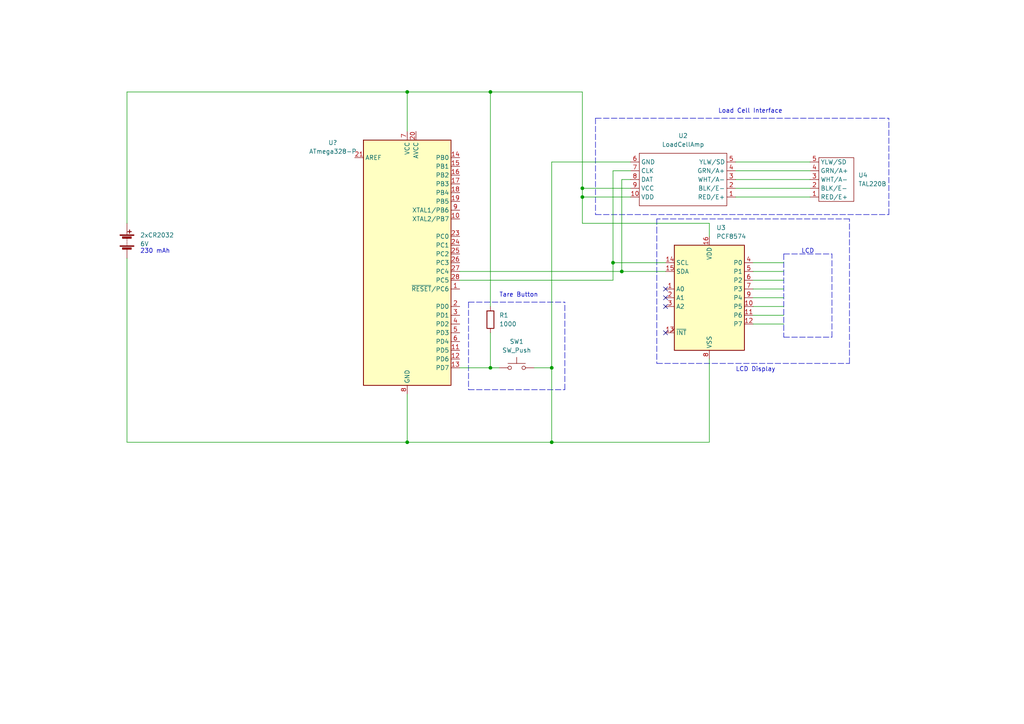
<source format=kicad_sch>
(kicad_sch (version 20211123) (generator eeschema)

  (uuid 8fddec25-b699-4672-b9d6-8ab16274117d)

  (paper "A4")

  (lib_symbols
    (symbol "Device:Battery" (pin_numbers hide) (pin_names (offset 0) hide) (in_bom yes) (on_board yes)
      (property "Reference" "BT" (id 0) (at 2.54 2.54 0)
        (effects (font (size 1.27 1.27)) (justify left))
      )
      (property "Value" "Battery" (id 1) (at 2.54 0 0)
        (effects (font (size 1.27 1.27)) (justify left))
      )
      (property "Footprint" "" (id 2) (at 0 1.524 90)
        (effects (font (size 1.27 1.27)) hide)
      )
      (property "Datasheet" "~" (id 3) (at 0 1.524 90)
        (effects (font (size 1.27 1.27)) hide)
      )
      (property "ki_keywords" "batt voltage-source cell" (id 4) (at 0 0 0)
        (effects (font (size 1.27 1.27)) hide)
      )
      (property "ki_description" "Multiple-cell battery" (id 5) (at 0 0 0)
        (effects (font (size 1.27 1.27)) hide)
      )
      (symbol "Battery_0_1"
        (rectangle (start -2.032 -1.397) (end 2.032 -1.651)
          (stroke (width 0) (type default) (color 0 0 0 0))
          (fill (type outline))
        )
        (rectangle (start -2.032 1.778) (end 2.032 1.524)
          (stroke (width 0) (type default) (color 0 0 0 0))
          (fill (type outline))
        )
        (rectangle (start -1.3208 -1.9812) (end 1.27 -2.4892)
          (stroke (width 0) (type default) (color 0 0 0 0))
          (fill (type outline))
        )
        (rectangle (start -1.3208 1.1938) (end 1.27 0.6858)
          (stroke (width 0) (type default) (color 0 0 0 0))
          (fill (type outline))
        )
        (polyline
          (pts
            (xy 0 -1.524)
            (xy 0 -1.27)
          )
          (stroke (width 0) (type default) (color 0 0 0 0))
          (fill (type none))
        )
        (polyline
          (pts
            (xy 0 -1.016)
            (xy 0 -0.762)
          )
          (stroke (width 0) (type default) (color 0 0 0 0))
          (fill (type none))
        )
        (polyline
          (pts
            (xy 0 -0.508)
            (xy 0 -0.254)
          )
          (stroke (width 0) (type default) (color 0 0 0 0))
          (fill (type none))
        )
        (polyline
          (pts
            (xy 0 0)
            (xy 0 0.254)
          )
          (stroke (width 0) (type default) (color 0 0 0 0))
          (fill (type none))
        )
        (polyline
          (pts
            (xy 0 0.508)
            (xy 0 0.762)
          )
          (stroke (width 0) (type default) (color 0 0 0 0))
          (fill (type none))
        )
        (polyline
          (pts
            (xy 0 1.778)
            (xy 0 2.54)
          )
          (stroke (width 0) (type default) (color 0 0 0 0))
          (fill (type none))
        )
        (polyline
          (pts
            (xy 0.254 2.667)
            (xy 1.27 2.667)
          )
          (stroke (width 0.254) (type default) (color 0 0 0 0))
          (fill (type none))
        )
        (polyline
          (pts
            (xy 0.762 3.175)
            (xy 0.762 2.159)
          )
          (stroke (width 0.254) (type default) (color 0 0 0 0))
          (fill (type none))
        )
      )
      (symbol "Battery_1_1"
        (pin passive line (at 0 5.08 270) (length 2.54)
          (name "+" (effects (font (size 1.27 1.27))))
          (number "1" (effects (font (size 1.27 1.27))))
        )
        (pin passive line (at 0 -5.08 90) (length 2.54)
          (name "-" (effects (font (size 1.27 1.27))))
          (number "2" (effects (font (size 1.27 1.27))))
        )
      )
    )
    (symbol "Device:R" (pin_numbers hide) (pin_names (offset 0)) (in_bom yes) (on_board yes)
      (property "Reference" "R" (id 0) (at 2.032 0 90)
        (effects (font (size 1.27 1.27)))
      )
      (property "Value" "R" (id 1) (at 0 0 90)
        (effects (font (size 1.27 1.27)))
      )
      (property "Footprint" "" (id 2) (at -1.778 0 90)
        (effects (font (size 1.27 1.27)) hide)
      )
      (property "Datasheet" "~" (id 3) (at 0 0 0)
        (effects (font (size 1.27 1.27)) hide)
      )
      (property "ki_keywords" "R res resistor" (id 4) (at 0 0 0)
        (effects (font (size 1.27 1.27)) hide)
      )
      (property "ki_description" "Resistor" (id 5) (at 0 0 0)
        (effects (font (size 1.27 1.27)) hide)
      )
      (property "ki_fp_filters" "R_*" (id 6) (at 0 0 0)
        (effects (font (size 1.27 1.27)) hide)
      )
      (symbol "R_0_1"
        (rectangle (start -1.016 -2.54) (end 1.016 2.54)
          (stroke (width 0.254) (type default) (color 0 0 0 0))
          (fill (type none))
        )
      )
      (symbol "R_1_1"
        (pin passive line (at 0 3.81 270) (length 1.27)
          (name "~" (effects (font (size 1.27 1.27))))
          (number "1" (effects (font (size 1.27 1.27))))
        )
        (pin passive line (at 0 -3.81 90) (length 1.27)
          (name "~" (effects (font (size 1.27 1.27))))
          (number "2" (effects (font (size 1.27 1.27))))
        )
      )
    )
    (symbol "Interface_Expansion:PCF8574" (in_bom yes) (on_board yes)
      (property "Reference" "U" (id 0) (at -8.89 16.51 0)
        (effects (font (size 1.27 1.27)) (justify left))
      )
      (property "Value" "PCF8574" (id 1) (at 2.54 16.51 0)
        (effects (font (size 1.27 1.27)) (justify left))
      )
      (property "Footprint" "" (id 2) (at 0 0 0)
        (effects (font (size 1.27 1.27)) hide)
      )
      (property "Datasheet" "http://www.nxp.com/documents/data_sheet/PCF8574_PCF8574A.pdf" (id 3) (at 0 0 0)
        (effects (font (size 1.27 1.27)) hide)
      )
      (property "ki_keywords" "I2C Expander" (id 4) (at 0 0 0)
        (effects (font (size 1.27 1.27)) hide)
      )
      (property "ki_description" "8 Bit Port/Expander to I2C Bus, DIP/SOIC-16" (id 5) (at 0 0 0)
        (effects (font (size 1.27 1.27)) hide)
      )
      (property "ki_fp_filters" "DIP*W7.62mm* SOIC*7.5x10.3mm*P1.27mm*" (id 6) (at 0 0 0)
        (effects (font (size 1.27 1.27)) hide)
      )
      (symbol "PCF8574_0_1"
        (rectangle (start -10.16 15.24) (end 10.16 -15.24)
          (stroke (width 0.254) (type default) (color 0 0 0 0))
          (fill (type background))
        )
      )
      (symbol "PCF8574_1_1"
        (pin input line (at -12.7 2.54 0) (length 2.54)
          (name "A0" (effects (font (size 1.27 1.27))))
          (number "1" (effects (font (size 1.27 1.27))))
        )
        (pin bidirectional line (at 12.7 -2.54 180) (length 2.54)
          (name "P5" (effects (font (size 1.27 1.27))))
          (number "10" (effects (font (size 1.27 1.27))))
        )
        (pin bidirectional line (at 12.7 -5.08 180) (length 2.54)
          (name "P6" (effects (font (size 1.27 1.27))))
          (number "11" (effects (font (size 1.27 1.27))))
        )
        (pin bidirectional line (at 12.7 -7.62 180) (length 2.54)
          (name "P7" (effects (font (size 1.27 1.27))))
          (number "12" (effects (font (size 1.27 1.27))))
        )
        (pin open_collector output_low (at -12.7 -10.16 0) (length 2.54)
          (name "~{INT}" (effects (font (size 1.27 1.27))))
          (number "13" (effects (font (size 1.27 1.27))))
        )
        (pin input line (at -12.7 10.16 0) (length 2.54)
          (name "SCL" (effects (font (size 1.27 1.27))))
          (number "14" (effects (font (size 1.27 1.27))))
        )
        (pin bidirectional line (at -12.7 7.62 0) (length 2.54)
          (name "SDA" (effects (font (size 1.27 1.27))))
          (number "15" (effects (font (size 1.27 1.27))))
        )
        (pin power_in line (at 0 17.78 270) (length 2.54)
          (name "VDD" (effects (font (size 1.27 1.27))))
          (number "16" (effects (font (size 1.27 1.27))))
        )
        (pin input line (at -12.7 0 0) (length 2.54)
          (name "A1" (effects (font (size 1.27 1.27))))
          (number "2" (effects (font (size 1.27 1.27))))
        )
        (pin input line (at -12.7 -2.54 0) (length 2.54)
          (name "A2" (effects (font (size 1.27 1.27))))
          (number "3" (effects (font (size 1.27 1.27))))
        )
        (pin bidirectional line (at 12.7 10.16 180) (length 2.54)
          (name "P0" (effects (font (size 1.27 1.27))))
          (number "4" (effects (font (size 1.27 1.27))))
        )
        (pin bidirectional line (at 12.7 7.62 180) (length 2.54)
          (name "P1" (effects (font (size 1.27 1.27))))
          (number "5" (effects (font (size 1.27 1.27))))
        )
        (pin bidirectional line (at 12.7 5.08 180) (length 2.54)
          (name "P2" (effects (font (size 1.27 1.27))))
          (number "6" (effects (font (size 1.27 1.27))))
        )
        (pin bidirectional line (at 12.7 2.54 180) (length 2.54)
          (name "P3" (effects (font (size 1.27 1.27))))
          (number "7" (effects (font (size 1.27 1.27))))
        )
        (pin power_in line (at 0 -17.78 90) (length 2.54)
          (name "VSS" (effects (font (size 1.27 1.27))))
          (number "8" (effects (font (size 1.27 1.27))))
        )
        (pin bidirectional line (at 12.7 0 180) (length 2.54)
          (name "P4" (effects (font (size 1.27 1.27))))
          (number "9" (effects (font (size 1.27 1.27))))
        )
      )
    )
    (symbol "MCU_Microchip_ATmega:ATmega328-P" (in_bom yes) (on_board yes)
      (property "Reference" "U" (id 0) (at -12.7 36.83 0)
        (effects (font (size 1.27 1.27)) (justify left bottom))
      )
      (property "Value" "ATmega328-P" (id 1) (at 2.54 -36.83 0)
        (effects (font (size 1.27 1.27)) (justify left top))
      )
      (property "Footprint" "Package_DIP:DIP-28_W7.62mm" (id 2) (at 0 0 0)
        (effects (font (size 1.27 1.27) italic) hide)
      )
      (property "Datasheet" "http://ww1.microchip.com/downloads/en/DeviceDoc/ATmega328_P%20AVR%20MCU%20with%20picoPower%20Technology%20Data%20Sheet%2040001984A.pdf" (id 3) (at 0 0 0)
        (effects (font (size 1.27 1.27)) hide)
      )
      (property "ki_keywords" "AVR 8bit Microcontroller MegaAVR" (id 4) (at 0 0 0)
        (effects (font (size 1.27 1.27)) hide)
      )
      (property "ki_description" "20MHz, 32kB Flash, 2kB SRAM, 1kB EEPROM, DIP-28" (id 5) (at 0 0 0)
        (effects (font (size 1.27 1.27)) hide)
      )
      (property "ki_fp_filters" "DIP*W7.62mm*" (id 6) (at 0 0 0)
        (effects (font (size 1.27 1.27)) hide)
      )
      (symbol "ATmega328-P_0_1"
        (rectangle (start -12.7 -35.56) (end 12.7 35.56)
          (stroke (width 0.254) (type default) (color 0 0 0 0))
          (fill (type background))
        )
      )
      (symbol "ATmega328-P_1_1"
        (pin bidirectional line (at 15.24 -7.62 180) (length 2.54)
          (name "~{RESET}/PC6" (effects (font (size 1.27 1.27))))
          (number "1" (effects (font (size 1.27 1.27))))
        )
        (pin bidirectional line (at 15.24 12.7 180) (length 2.54)
          (name "XTAL2/PB7" (effects (font (size 1.27 1.27))))
          (number "10" (effects (font (size 1.27 1.27))))
        )
        (pin bidirectional line (at 15.24 -25.4 180) (length 2.54)
          (name "PD5" (effects (font (size 1.27 1.27))))
          (number "11" (effects (font (size 1.27 1.27))))
        )
        (pin bidirectional line (at 15.24 -27.94 180) (length 2.54)
          (name "PD6" (effects (font (size 1.27 1.27))))
          (number "12" (effects (font (size 1.27 1.27))))
        )
        (pin bidirectional line (at 15.24 -30.48 180) (length 2.54)
          (name "PD7" (effects (font (size 1.27 1.27))))
          (number "13" (effects (font (size 1.27 1.27))))
        )
        (pin bidirectional line (at 15.24 30.48 180) (length 2.54)
          (name "PB0" (effects (font (size 1.27 1.27))))
          (number "14" (effects (font (size 1.27 1.27))))
        )
        (pin bidirectional line (at 15.24 27.94 180) (length 2.54)
          (name "PB1" (effects (font (size 1.27 1.27))))
          (number "15" (effects (font (size 1.27 1.27))))
        )
        (pin bidirectional line (at 15.24 25.4 180) (length 2.54)
          (name "PB2" (effects (font (size 1.27 1.27))))
          (number "16" (effects (font (size 1.27 1.27))))
        )
        (pin bidirectional line (at 15.24 22.86 180) (length 2.54)
          (name "PB3" (effects (font (size 1.27 1.27))))
          (number "17" (effects (font (size 1.27 1.27))))
        )
        (pin bidirectional line (at 15.24 20.32 180) (length 2.54)
          (name "PB4" (effects (font (size 1.27 1.27))))
          (number "18" (effects (font (size 1.27 1.27))))
        )
        (pin bidirectional line (at 15.24 17.78 180) (length 2.54)
          (name "PB5" (effects (font (size 1.27 1.27))))
          (number "19" (effects (font (size 1.27 1.27))))
        )
        (pin bidirectional line (at 15.24 -12.7 180) (length 2.54)
          (name "PD0" (effects (font (size 1.27 1.27))))
          (number "2" (effects (font (size 1.27 1.27))))
        )
        (pin power_in line (at 2.54 38.1 270) (length 2.54)
          (name "AVCC" (effects (font (size 1.27 1.27))))
          (number "20" (effects (font (size 1.27 1.27))))
        )
        (pin passive line (at -15.24 30.48 0) (length 2.54)
          (name "AREF" (effects (font (size 1.27 1.27))))
          (number "21" (effects (font (size 1.27 1.27))))
        )
        (pin passive line (at 0 -38.1 90) (length 2.54) hide
          (name "GND" (effects (font (size 1.27 1.27))))
          (number "22" (effects (font (size 1.27 1.27))))
        )
        (pin bidirectional line (at 15.24 7.62 180) (length 2.54)
          (name "PC0" (effects (font (size 1.27 1.27))))
          (number "23" (effects (font (size 1.27 1.27))))
        )
        (pin bidirectional line (at 15.24 5.08 180) (length 2.54)
          (name "PC1" (effects (font (size 1.27 1.27))))
          (number "24" (effects (font (size 1.27 1.27))))
        )
        (pin bidirectional line (at 15.24 2.54 180) (length 2.54)
          (name "PC2" (effects (font (size 1.27 1.27))))
          (number "25" (effects (font (size 1.27 1.27))))
        )
        (pin bidirectional line (at 15.24 0 180) (length 2.54)
          (name "PC3" (effects (font (size 1.27 1.27))))
          (number "26" (effects (font (size 1.27 1.27))))
        )
        (pin bidirectional line (at 15.24 -2.54 180) (length 2.54)
          (name "PC4" (effects (font (size 1.27 1.27))))
          (number "27" (effects (font (size 1.27 1.27))))
        )
        (pin bidirectional line (at 15.24 -5.08 180) (length 2.54)
          (name "PC5" (effects (font (size 1.27 1.27))))
          (number "28" (effects (font (size 1.27 1.27))))
        )
        (pin bidirectional line (at 15.24 -15.24 180) (length 2.54)
          (name "PD1" (effects (font (size 1.27 1.27))))
          (number "3" (effects (font (size 1.27 1.27))))
        )
        (pin bidirectional line (at 15.24 -17.78 180) (length 2.54)
          (name "PD2" (effects (font (size 1.27 1.27))))
          (number "4" (effects (font (size 1.27 1.27))))
        )
        (pin bidirectional line (at 15.24 -20.32 180) (length 2.54)
          (name "PD3" (effects (font (size 1.27 1.27))))
          (number "5" (effects (font (size 1.27 1.27))))
        )
        (pin bidirectional line (at 15.24 -22.86 180) (length 2.54)
          (name "PD4" (effects (font (size 1.27 1.27))))
          (number "6" (effects (font (size 1.27 1.27))))
        )
        (pin power_in line (at 0 38.1 270) (length 2.54)
          (name "VCC" (effects (font (size 1.27 1.27))))
          (number "7" (effects (font (size 1.27 1.27))))
        )
        (pin power_in line (at 0 -38.1 90) (length 2.54)
          (name "GND" (effects (font (size 1.27 1.27))))
          (number "8" (effects (font (size 1.27 1.27))))
        )
        (pin bidirectional line (at 15.24 15.24 180) (length 2.54)
          (name "XTAL1/PB6" (effects (font (size 1.27 1.27))))
          (number "9" (effects (font (size 1.27 1.27))))
        )
      )
    )
    (symbol "Switch:SW_Push" (pin_numbers hide) (pin_names (offset 1.016) hide) (in_bom yes) (on_board yes)
      (property "Reference" "SW" (id 0) (at 1.27 2.54 0)
        (effects (font (size 1.27 1.27)) (justify left))
      )
      (property "Value" "SW_Push" (id 1) (at 0 -1.524 0)
        (effects (font (size 1.27 1.27)))
      )
      (property "Footprint" "" (id 2) (at 0 5.08 0)
        (effects (font (size 1.27 1.27)) hide)
      )
      (property "Datasheet" "~" (id 3) (at 0 5.08 0)
        (effects (font (size 1.27 1.27)) hide)
      )
      (property "ki_keywords" "switch normally-open pushbutton push-button" (id 4) (at 0 0 0)
        (effects (font (size 1.27 1.27)) hide)
      )
      (property "ki_description" "Push button switch, generic, two pins" (id 5) (at 0 0 0)
        (effects (font (size 1.27 1.27)) hide)
      )
      (symbol "SW_Push_0_1"
        (circle (center -2.032 0) (radius 0.508)
          (stroke (width 0) (type default) (color 0 0 0 0))
          (fill (type none))
        )
        (polyline
          (pts
            (xy 0 1.27)
            (xy 0 3.048)
          )
          (stroke (width 0) (type default) (color 0 0 0 0))
          (fill (type none))
        )
        (polyline
          (pts
            (xy 2.54 1.27)
            (xy -2.54 1.27)
          )
          (stroke (width 0) (type default) (color 0 0 0 0))
          (fill (type none))
        )
        (circle (center 2.032 0) (radius 0.508)
          (stroke (width 0) (type default) (color 0 0 0 0))
          (fill (type none))
        )
        (pin passive line (at -5.08 0 0) (length 2.54)
          (name "1" (effects (font (size 1.27 1.27))))
          (number "1" (effects (font (size 1.27 1.27))))
        )
        (pin passive line (at 5.08 0 180) (length 2.54)
          (name "2" (effects (font (size 1.27 1.27))))
          (number "2" (effects (font (size 1.27 1.27))))
        )
      )
    )
    (symbol "sensors:LoadCellAmp" (in_bom yes) (on_board yes)
      (property "Reference" "U" (id 0) (at 0 10.16 0)
        (effects (font (size 1.27 1.27)))
      )
      (property "Value" "LoadCellAmp" (id 1) (at 0 -10.16 0)
        (effects (font (size 1.27 1.27)))
      )
      (property "Footprint" "" (id 2) (at -7.62 0 0)
        (effects (font (size 1.27 1.27)) hide)
      )
      (property "Datasheet" "" (id 3) (at -7.62 0 0)
        (effects (font (size 1.27 1.27)) hide)
      )
      (symbol "LoadCellAmp_0_1"
        (rectangle (start -12.7 7.62) (end 12.7 -7.62)
          (stroke (width 0) (type default) (color 0 0 0 0))
          (fill (type none))
        )
      )
      (symbol "LoadCellAmp_1_1"
        (pin bidirectional line (at -15.24 5.08 0) (length 2.54)
          (name "RED/E+" (effects (font (size 1.27 1.27))))
          (number "1" (effects (font (size 1.27 1.27))))
        )
        (pin bidirectional line (at 15.24 5.08 180) (length 2.54)
          (name "VDD" (effects (font (size 1.27 1.27))))
          (number "10" (effects (font (size 1.27 1.27))))
        )
        (pin bidirectional line (at -15.24 2.54 0) (length 2.54)
          (name "BLK/E-" (effects (font (size 1.27 1.27))))
          (number "2" (effects (font (size 1.27 1.27))))
        )
        (pin bidirectional line (at -15.24 0 0) (length 2.54)
          (name "WHT/A-" (effects (font (size 1.27 1.27))))
          (number "3" (effects (font (size 1.27 1.27))))
        )
        (pin bidirectional line (at -15.24 -2.54 0) (length 2.54)
          (name "GRN/A+" (effects (font (size 1.27 1.27))))
          (number "4" (effects (font (size 1.27 1.27))))
        )
        (pin bidirectional line (at -15.24 -5.08 0) (length 2.54)
          (name "YLW/SD" (effects (font (size 1.27 1.27))))
          (number "5" (effects (font (size 1.27 1.27))))
        )
        (pin output line (at 15.24 -5.08 180) (length 2.54)
          (name "GND" (effects (font (size 1.27 1.27))))
          (number "6" (effects (font (size 1.27 1.27))))
        )
        (pin bidirectional line (at 15.24 -2.54 180) (length 2.54)
          (name "CLK" (effects (font (size 1.27 1.27))))
          (number "7" (effects (font (size 1.27 1.27))))
        )
        (pin bidirectional line (at 15.24 0 180) (length 2.54)
          (name "DAT" (effects (font (size 1.27 1.27))))
          (number "8" (effects (font (size 1.27 1.27))))
        )
        (pin bidirectional line (at 15.24 2.54 180) (length 2.54)
          (name "VCC" (effects (font (size 1.27 1.27))))
          (number "9" (effects (font (size 1.27 1.27))))
        )
      )
    )
    (symbol "sensors:TAL220B" (in_bom yes) (on_board yes)
      (property "Reference" "U" (id 0) (at 0 10.16 0)
        (effects (font (size 1.27 1.27)))
      )
      (property "Value" "TAL220B" (id 1) (at 0 -7.62 0)
        (effects (font (size 1.27 1.27)))
      )
      (property "Footprint" "" (id 2) (at 2.54 0 0)
        (effects (font (size 1.27 1.27)) hide)
      )
      (property "Datasheet" "" (id 3) (at 2.54 0 0)
        (effects (font (size 1.27 1.27)) hide)
      )
      (symbol "TAL220B_0_1"
        (rectangle (start -5.08 7.62) (end 5.08 -5.08)
          (stroke (width 0) (type default) (color 0 0 0 0))
          (fill (type none))
        )
      )
      (symbol "TAL220B_1_1"
        (pin bidirectional line (at 7.62 6.35 180) (length 2.54)
          (name "RED/E+" (effects (font (size 1.27 1.27))))
          (number "1" (effects (font (size 1.27 1.27))))
        )
        (pin bidirectional line (at 7.62 3.81 180) (length 2.54)
          (name "BLK/E-" (effects (font (size 1.27 1.27))))
          (number "2" (effects (font (size 1.27 1.27))))
        )
        (pin bidirectional line (at 7.62 1.27 180) (length 2.54)
          (name "WHT/A-" (effects (font (size 1.27 1.27))))
          (number "3" (effects (font (size 1.27 1.27))))
        )
        (pin bidirectional line (at 7.62 -1.27 180) (length 2.54)
          (name "GRN/A+" (effects (font (size 1.27 1.27))))
          (number "4" (effects (font (size 1.27 1.27))))
        )
        (pin bidirectional line (at 7.62 -3.81 180) (length 2.54)
          (name "YLW/SD" (effects (font (size 1.27 1.27))))
          (number "5" (effects (font (size 1.27 1.27))))
        )
      )
    )
  )

  (junction (at 142.24 26.67) (diameter 0) (color 0 0 0 0)
    (uuid 1b8254a9-5a5b-4dd1-883d-406b059ecaa3)
  )
  (junction (at 142.24 106.68) (diameter 0) (color 0 0 0 0)
    (uuid 4d1302b6-d562-400f-85d8-1b86481c77bf)
  )
  (junction (at 168.91 57.15) (diameter 0) (color 0 0 0 0)
    (uuid 7f0a971c-837f-44eb-9517-8599a68c2444)
  )
  (junction (at 160.02 128.27) (diameter 0) (color 0 0 0 0)
    (uuid 96f93c35-167d-413c-8ed9-11ea43bb875a)
  )
  (junction (at 168.91 54.61) (diameter 0) (color 0 0 0 0)
    (uuid 9d3d4b19-be5c-4929-8b0b-e7a71d005f80)
  )
  (junction (at 118.11 26.67) (diameter 0) (color 0 0 0 0)
    (uuid b6b017b0-cf9a-4593-b926-1aed503a2c15)
  )
  (junction (at 180.34 78.74) (diameter 0) (color 0 0 0 0)
    (uuid c8b017b7-7f36-45e5-8325-9e469ea9f5ba)
  )
  (junction (at 118.11 128.27) (diameter 0) (color 0 0 0 0)
    (uuid c9f65881-3306-4d2b-bf93-5dff4be0f748)
  )
  (junction (at 160.02 106.68) (diameter 0) (color 0 0 0 0)
    (uuid e1d2be1d-eba0-4c1f-886d-8fb7a3100204)
  )
  (junction (at 177.8 76.2) (diameter 0) (color 0 0 0 0)
    (uuid fcb4f825-ff59-490a-a8ad-14486c726070)
  )

  (no_connect (at 193.04 86.36) (uuid 7e41de86-5b55-4c1c-ab04-5ae70196da79))
  (no_connect (at 193.04 88.9) (uuid 7e41de86-5b55-4c1c-ab04-5ae70196da7a))
  (no_connect (at 193.04 96.52) (uuid 7e41de86-5b55-4c1c-ab04-5ae70196da7b))
  (no_connect (at 193.04 83.82) (uuid 7e41de86-5b55-4c1c-ab04-5ae70196da7c))

  (wire (pts (xy 177.8 76.2) (xy 193.04 76.2))
    (stroke (width 0) (type default) (color 0 0 0 0))
    (uuid 00ff1c0a-bee8-488a-8f17-397e6affd05c)
  )
  (wire (pts (xy 218.44 78.74) (xy 227.33 78.74))
    (stroke (width 0) (type default) (color 0 0 0 0))
    (uuid 06c20dce-1a05-4dd5-af11-2bfd5a19ba4d)
  )
  (wire (pts (xy 142.24 106.68) (xy 144.78 106.68))
    (stroke (width 0) (type default) (color 0 0 0 0))
    (uuid 08e465e7-17b0-4d51-b89b-87bc1fd340ac)
  )
  (wire (pts (xy 168.91 64.77) (xy 168.91 57.15))
    (stroke (width 0) (type default) (color 0 0 0 0))
    (uuid 0e505c6c-5e84-40ba-9266-9236f30bcea0)
  )
  (wire (pts (xy 218.44 81.28) (xy 227.33 81.28))
    (stroke (width 0) (type default) (color 0 0 0 0))
    (uuid 0f6c1df3-cc36-4046-b5f8-e48f6efdfc8e)
  )
  (wire (pts (xy 160.02 128.27) (xy 118.11 128.27))
    (stroke (width 0) (type default) (color 0 0 0 0))
    (uuid 100cd4d2-2bef-41e3-bdd3-366b5556bc89)
  )
  (wire (pts (xy 177.8 76.2) (xy 177.8 81.28))
    (stroke (width 0) (type default) (color 0 0 0 0))
    (uuid 1074b846-6195-4445-866b-60a9c2a93395)
  )
  (polyline (pts (xy 135.89 113.03) (xy 163.83 113.03))
    (stroke (width 0) (type default) (color 0 0 0 0))
    (uuid 159913bc-d0fa-47b8-b1b8-6375c2d8fcc5)
  )
  (polyline (pts (xy 227.33 97.79) (xy 241.3 97.79))
    (stroke (width 0) (type default) (color 0 0 0 0))
    (uuid 287db583-f964-4937-9b62-82e14e2fe19f)
  )

  (wire (pts (xy 36.83 26.67) (xy 118.11 26.67))
    (stroke (width 0) (type default) (color 0 0 0 0))
    (uuid 2b1f3e37-fdd9-4483-8e11-0d3f8121cde2)
  )
  (wire (pts (xy 168.91 57.15) (xy 182.88 57.15))
    (stroke (width 0) (type default) (color 0 0 0 0))
    (uuid 2fd340fa-ec0f-4ed4-ac5c-e630ead363e1)
  )
  (wire (pts (xy 218.44 76.2) (xy 227.33 76.2))
    (stroke (width 0) (type default) (color 0 0 0 0))
    (uuid 3229f271-4702-4ac1-bbaa-2957444bf5cf)
  )
  (wire (pts (xy 177.8 49.53) (xy 177.8 76.2))
    (stroke (width 0) (type default) (color 0 0 0 0))
    (uuid 375cc0dd-5621-41d2-b2c7-b99421767c95)
  )
  (wire (pts (xy 154.94 106.68) (xy 160.02 106.68))
    (stroke (width 0) (type default) (color 0 0 0 0))
    (uuid 37b1a691-96d3-4069-9e0a-e8f674aaf31d)
  )
  (wire (pts (xy 133.35 106.68) (xy 142.24 106.68))
    (stroke (width 0) (type default) (color 0 0 0 0))
    (uuid 4d9d96bd-6806-4cb4-9e0c-3dc8457f84ca)
  )
  (wire (pts (xy 118.11 128.27) (xy 118.11 114.3))
    (stroke (width 0) (type default) (color 0 0 0 0))
    (uuid 52e56b1f-01a0-4d78-865e-728e90c8c074)
  )
  (polyline (pts (xy 227.33 73.66) (xy 241.3 73.66))
    (stroke (width 0) (type default) (color 0 0 0 0))
    (uuid 52fdb953-2e22-48ef-98f6-99d9084de559)
  )

  (wire (pts (xy 213.36 46.99) (xy 234.95 46.99))
    (stroke (width 0) (type default) (color 0 0 0 0))
    (uuid 5b2f53a7-3895-4129-891f-ae807386fb4c)
  )
  (polyline (pts (xy 227.33 73.66) (xy 227.33 97.79))
    (stroke (width 0) (type default) (color 0 0 0 0))
    (uuid 5b6080e8-e878-48c9-b24c-e04de61c69e1)
  )

  (wire (pts (xy 142.24 26.67) (xy 168.91 26.67))
    (stroke (width 0) (type default) (color 0 0 0 0))
    (uuid 5c1c01d5-1465-4898-a43b-e5cfedfac450)
  )
  (polyline (pts (xy 190.5 63.5) (xy 190.5 66.04))
    (stroke (width 0) (type default) (color 0 0 0 0))
    (uuid 5e2686fd-ac9a-4ecc-a3c0-8b3dcf9477bf)
  )

  (wire (pts (xy 168.91 54.61) (xy 182.88 54.61))
    (stroke (width 0) (type default) (color 0 0 0 0))
    (uuid 6020d36b-e50b-4b9e-8864-8a7e38f763df)
  )
  (wire (pts (xy 142.24 96.52) (xy 142.24 106.68))
    (stroke (width 0) (type default) (color 0 0 0 0))
    (uuid 678c3e09-5f81-410a-95cf-7be8817a9f5c)
  )
  (wire (pts (xy 213.36 49.53) (xy 234.95 49.53))
    (stroke (width 0) (type default) (color 0 0 0 0))
    (uuid 6c56404d-893c-4f2f-89c1-5e9479f8ba0b)
  )
  (wire (pts (xy 142.24 26.67) (xy 142.24 88.9))
    (stroke (width 0) (type default) (color 0 0 0 0))
    (uuid 6dab6452-01c2-45f1-a962-c0c6837438da)
  )
  (wire (pts (xy 36.83 74.93) (xy 36.83 128.27))
    (stroke (width 0) (type default) (color 0 0 0 0))
    (uuid 702590c3-4ce4-4f51-b057-6d4febea73cf)
  )
  (polyline (pts (xy 172.72 62.23) (xy 257.81 62.23))
    (stroke (width 0) (type default) (color 0 0 0 0))
    (uuid 705b911e-858d-4414-9daf-f41ad6407793)
  )

  (wire (pts (xy 182.88 46.99) (xy 160.02 46.99))
    (stroke (width 0) (type default) (color 0 0 0 0))
    (uuid 72ac1c00-9d03-4052-908c-14369787ede4)
  )
  (wire (pts (xy 180.34 52.07) (xy 182.88 52.07))
    (stroke (width 0) (type default) (color 0 0 0 0))
    (uuid 72d3da49-30ee-4ec5-8626-4dede92e0927)
  )
  (polyline (pts (xy 246.38 105.41) (xy 246.38 63.5))
    (stroke (width 0) (type default) (color 0 0 0 0))
    (uuid 750ab226-e62e-4423-81a3-64b0ce6b9fcf)
  )

  (wire (pts (xy 118.11 26.67) (xy 142.24 26.67))
    (stroke (width 0) (type default) (color 0 0 0 0))
    (uuid 79955513-b65a-4a1e-b5ad-f4580f7fcb86)
  )
  (wire (pts (xy 205.74 128.27) (xy 160.02 128.27))
    (stroke (width 0) (type default) (color 0 0 0 0))
    (uuid 7fe37831-9d51-40ff-8fc5-c06858fb2c4f)
  )
  (wire (pts (xy 36.83 128.27) (xy 118.11 128.27))
    (stroke (width 0) (type default) (color 0 0 0 0))
    (uuid 86720b8e-2a7d-4701-b355-514758d8c6ab)
  )
  (wire (pts (xy 168.91 26.67) (xy 168.91 54.61))
    (stroke (width 0) (type default) (color 0 0 0 0))
    (uuid 90af9ea6-91e3-4346-9305-895630dddc58)
  )
  (polyline (pts (xy 163.83 113.03) (xy 163.83 87.63))
    (stroke (width 0) (type default) (color 0 0 0 0))
    (uuid 94aa63f1-4c1f-47e2-982b-1f9d202a06a1)
  )
  (polyline (pts (xy 246.38 63.5) (xy 190.5 63.5))
    (stroke (width 0) (type default) (color 0 0 0 0))
    (uuid 952b8fd7-603c-48c9-b613-097adf406c3f)
  )
  (polyline (pts (xy 135.89 87.63) (xy 135.89 113.03))
    (stroke (width 0) (type default) (color 0 0 0 0))
    (uuid 96113825-78e5-41c8-8f5b-5a1a9b8dd17b)
  )

  (wire (pts (xy 160.02 46.99) (xy 160.02 106.68))
    (stroke (width 0) (type default) (color 0 0 0 0))
    (uuid 9b36895d-bcac-451a-92d8-46460ad642f7)
  )
  (polyline (pts (xy 257.81 62.23) (xy 257.81 34.29))
    (stroke (width 0) (type default) (color 0 0 0 0))
    (uuid a29f2ad4-eff5-4838-bac3-a66201723e69)
  )

  (wire (pts (xy 180.34 52.07) (xy 180.34 78.74))
    (stroke (width 0) (type default) (color 0 0 0 0))
    (uuid b12c6d75-8e0f-4281-a451-254b2ab5f632)
  )
  (wire (pts (xy 218.44 91.44) (xy 227.33 91.44))
    (stroke (width 0) (type default) (color 0 0 0 0))
    (uuid b5450b43-c89c-4b33-9dbf-b6cbc78f5fa2)
  )
  (wire (pts (xy 218.44 93.98) (xy 227.33 93.98))
    (stroke (width 0) (type default) (color 0 0 0 0))
    (uuid c0e414aa-6b16-4f3c-acc6-fb4a1d102385)
  )
  (wire (pts (xy 133.35 78.74) (xy 180.34 78.74))
    (stroke (width 0) (type default) (color 0 0 0 0))
    (uuid c175518b-abc6-445f-9de1-516c9de74ebb)
  )
  (polyline (pts (xy 190.5 105.41) (xy 246.38 105.41))
    (stroke (width 0) (type default) (color 0 0 0 0))
    (uuid c8eef3f4-84c9-45ab-a76e-d4454fe06004)
  )

  (wire (pts (xy 213.36 52.07) (xy 234.95 52.07))
    (stroke (width 0) (type default) (color 0 0 0 0))
    (uuid c9abd00f-b6b9-4bd5-9612-60618be03554)
  )
  (wire (pts (xy 205.74 68.58) (xy 205.74 64.77))
    (stroke (width 0) (type default) (color 0 0 0 0))
    (uuid cd5b1523-6a15-4fb6-9d7e-2dee63524953)
  )
  (wire (pts (xy 180.34 78.74) (xy 193.04 78.74))
    (stroke (width 0) (type default) (color 0 0 0 0))
    (uuid d5da9b17-ee5e-4bad-80b5-25c867a9b3fd)
  )
  (wire (pts (xy 213.36 57.15) (xy 234.95 57.15))
    (stroke (width 0) (type default) (color 0 0 0 0))
    (uuid d67e6798-df3e-4e35-9e1f-8760bf5bc304)
  )
  (wire (pts (xy 118.11 38.1) (xy 118.11 26.67))
    (stroke (width 0) (type default) (color 0 0 0 0))
    (uuid d7bac335-20a1-4886-9a3c-9f6255a37a8c)
  )
  (wire (pts (xy 133.35 81.28) (xy 177.8 81.28))
    (stroke (width 0) (type default) (color 0 0 0 0))
    (uuid d9202a65-1a7c-4487-9029-5981998ddbfb)
  )
  (wire (pts (xy 205.74 104.14) (xy 205.74 128.27))
    (stroke (width 0) (type default) (color 0 0 0 0))
    (uuid d927f5e3-5f52-4cb0-b866-f43c2ddbb313)
  )
  (polyline (pts (xy 172.72 34.29) (xy 257.81 34.29))
    (stroke (width 0) (type default) (color 0 0 0 0))
    (uuid d951d32c-febf-46c4-80bc-3cc40841e9eb)
  )

  (wire (pts (xy 218.44 88.9) (xy 227.33 88.9))
    (stroke (width 0) (type default) (color 0 0 0 0))
    (uuid da581751-4f9e-4920-8101-67e8a74dafea)
  )
  (wire (pts (xy 168.91 54.61) (xy 168.91 57.15))
    (stroke (width 0) (type default) (color 0 0 0 0))
    (uuid db3a027f-2de2-4124-9d8d-6955a898cd0a)
  )
  (wire (pts (xy 177.8 49.53) (xy 182.88 49.53))
    (stroke (width 0) (type default) (color 0 0 0 0))
    (uuid dd2effe5-a782-446f-a6f2-d8df948a6ac9)
  )
  (wire (pts (xy 160.02 106.68) (xy 160.02 128.27))
    (stroke (width 0) (type default) (color 0 0 0 0))
    (uuid e23db813-fb65-4e75-bbcb-f6c36ad1e889)
  )
  (wire (pts (xy 213.36 54.61) (xy 234.95 54.61))
    (stroke (width 0) (type default) (color 0 0 0 0))
    (uuid e2e44259-bc3b-4dbf-800c-95516303b243)
  )
  (polyline (pts (xy 190.5 66.04) (xy 190.5 105.41))
    (stroke (width 0) (type default) (color 0 0 0 0))
    (uuid e444df3c-9650-409b-b838-f4af457352f7)
  )
  (polyline (pts (xy 172.72 34.29) (xy 172.72 62.23))
    (stroke (width 0) (type default) (color 0 0 0 0))
    (uuid e49aae32-6044-4407-8a85-d28b34369443)
  )

  (wire (pts (xy 205.74 64.77) (xy 168.91 64.77))
    (stroke (width 0) (type default) (color 0 0 0 0))
    (uuid e72ce6d3-9bee-430b-8eee-e6916d4bc2b4)
  )
  (polyline (pts (xy 241.3 97.79) (xy 241.3 73.66))
    (stroke (width 0) (type default) (color 0 0 0 0))
    (uuid f1aca810-83be-4536-ac79-99cc04675619)
  )
  (polyline (pts (xy 135.89 87.63) (xy 163.83 87.63))
    (stroke (width 0) (type default) (color 0 0 0 0))
    (uuid f23a946e-3dae-455b-9873-9e06ded6f681)
  )

  (wire (pts (xy 218.44 86.36) (xy 227.33 86.36))
    (stroke (width 0) (type default) (color 0 0 0 0))
    (uuid f265416c-b044-4f79-be6b-c09636d5013f)
  )
  (wire (pts (xy 218.44 83.82) (xy 227.33 83.82))
    (stroke (width 0) (type default) (color 0 0 0 0))
    (uuid f296a6ae-f1f3-41a2-b864-558da2b93fd4)
  )
  (wire (pts (xy 36.83 64.77) (xy 36.83 26.67))
    (stroke (width 0) (type default) (color 0 0 0 0))
    (uuid fd7698be-6352-44f9-8fcc-db0b13d19df3)
  )

  (text "LCD Display" (at 213.36 107.95 0)
    (effects (font (size 1.27 1.27)) (justify left bottom))
    (uuid 05cf23ff-12c2-4cc2-82e1-9441b658f275)
  )
  (text "Tare Button" (at 144.78 86.36 0)
    (effects (font (size 1.27 1.27)) (justify left bottom))
    (uuid 196b9d71-c8ec-4933-bbe0-4d697e790cf2)
  )
  (text "230 mAh" (at 40.64 73.66 0)
    (effects (font (size 1.27 1.27)) (justify left bottom))
    (uuid ce8e3b8f-3398-420a-b084-412afe2273dc)
  )
  (text "Load Cell Interface" (at 208.28 33.02 0)
    (effects (font (size 1.27 1.27)) (justify left bottom))
    (uuid d2a8109e-74a5-4d86-9a3b-31f775ac88c4)
  )
  (text "LCD" (at 232.41 73.66 0)
    (effects (font (size 1.27 1.27)) (justify left bottom))
    (uuid eadc87c6-33c4-46a4-a647-3d0a51610085)
  )

  (symbol (lib_id "sensors:LoadCellAmp") (at 198.12 52.07 180) (unit 1)
    (in_bom yes) (on_board yes) (fields_autoplaced)
    (uuid 3b76cb7d-60e1-4292-b148-693fa848653d)
    (property "Reference" "U2" (id 0) (at 198.12 39.37 0))
    (property "Value" "LoadCellAmp" (id 1) (at 198.12 41.91 0))
    (property "Footprint" "" (id 2) (at 205.74 52.07 0)
      (effects (font (size 1.27 1.27)) hide)
    )
    (property "Datasheet" "" (id 3) (at 205.74 52.07 0)
      (effects (font (size 1.27 1.27)) hide)
    )
    (pin "1" (uuid 0bf8fcb2-da95-43ac-afe1-f1b96935dc11))
    (pin "10" (uuid 4b7a04ca-276b-4c4d-a21f-d08b1f507dbf))
    (pin "2" (uuid 3393345a-8bfb-4780-8a53-af950d0626e0))
    (pin "3" (uuid 300d4412-20a5-4d44-978e-4422b9d6566a))
    (pin "4" (uuid 9f18d40a-a764-4a14-8abc-bd58f572afab))
    (pin "5" (uuid ded7bc7b-9f0d-49c1-992b-8572216be701))
    (pin "6" (uuid 6ae2dc9c-7579-4360-9d1d-88e739444605))
    (pin "7" (uuid f4ce18fa-9bbd-46bb-87ad-9de48981c1d5))
    (pin "8" (uuid 0d88cb59-3186-45fc-ad60-214a36f4cd07))
    (pin "9" (uuid fed3f3a2-3fbb-4734-9736-9e7945b8b489))
  )

  (symbol (lib_id "sensors:TAL220B") (at 242.57 50.8 180) (unit 1)
    (in_bom yes) (on_board yes) (fields_autoplaced)
    (uuid 7247aa24-e317-490c-8eac-c26083b16ecf)
    (property "Reference" "U4" (id 0) (at 248.92 50.7999 0)
      (effects (font (size 1.27 1.27)) (justify right))
    )
    (property "Value" "TAL220B" (id 1) (at 248.92 53.3399 0)
      (effects (font (size 1.27 1.27)) (justify right))
    )
    (property "Footprint" "Connector_PinHeader_2.54mm:PinHeader_1x05_P2.54mm_Vertical" (id 2) (at 240.03 50.8 0)
      (effects (font (size 1.27 1.27)) hide)
    )
    (property "Datasheet" "" (id 3) (at 240.03 50.8 0)
      (effects (font (size 1.27 1.27)) hide)
    )
    (pin "1" (uuid f9773c93-3fbc-40ef-af5a-2b64366fe728))
    (pin "2" (uuid bce60add-6b6a-4dde-b73f-2e63326176fd))
    (pin "3" (uuid 0decb8d7-e80c-47b7-b498-510d6cc5d011))
    (pin "4" (uuid 238abe97-3672-4cff-9b93-f8290e3fcd98))
    (pin "5" (uuid 487ecc3c-9720-4155-b159-bb873b7c4e32))
  )

  (symbol (lib_id "MCU_Microchip_ATmega:ATmega328-P") (at 118.11 76.2 0) (unit 1)
    (in_bom yes) (on_board yes) (fields_autoplaced)
    (uuid 8bba04b7-abb8-4578-8973-73864ff3a2b3)
    (property "Reference" "U?" (id 0) (at 96.52 41.3893 0))
    (property "Value" "ATmega328-P" (id 1) (at 96.52 43.9293 0))
    (property "Footprint" "Package_DIP:DIP-28_W7.62mm" (id 2) (at 118.11 76.2 0)
      (effects (font (size 1.27 1.27) italic) hide)
    )
    (property "Datasheet" "http://ww1.microchip.com/downloads/en/DeviceDoc/ATmega328_P%20AVR%20MCU%20with%20picoPower%20Technology%20Data%20Sheet%2040001984A.pdf" (id 3) (at 118.11 76.2 0)
      (effects (font (size 1.27 1.27)) hide)
    )
    (pin "1" (uuid 59488ebf-b17c-45c7-8d71-42a8cbd54f0d))
    (pin "10" (uuid cd0fdbc4-dca8-4e4b-a9b1-bbf9d9206229))
    (pin "11" (uuid 6430efec-627e-4e1d-be73-1fc4c56f37d5))
    (pin "12" (uuid 2cb75f0f-0888-434a-a990-f422bd291b2c))
    (pin "13" (uuid 6a6dfc71-2b07-4bbb-8af2-85d7eb1f52e5))
    (pin "14" (uuid 1b57bfb2-bcfc-4713-ba62-c379f6df6ba2))
    (pin "15" (uuid 655869ed-39ed-4718-ba17-c0cfe934190e))
    (pin "16" (uuid 3978aa84-ee0d-43d5-ad4d-8aba3f1260e9))
    (pin "17" (uuid 3d67b5a3-81b0-461d-ae36-896e91ea91a2))
    (pin "18" (uuid 76d45d87-d921-42b3-9429-ef92ae31c7da))
    (pin "19" (uuid c887eec3-d70a-4617-8f78-423be933a78a))
    (pin "2" (uuid 513a241d-c8b4-42f3-ae27-ee8595a5f76c))
    (pin "20" (uuid 374a9ae1-e838-44c8-980a-b1665c7c1dc7))
    (pin "21" (uuid 1a54451f-947e-4990-a862-6dfa5b9feebc))
    (pin "22" (uuid a384b49b-9db8-48e7-a32c-e9f3906e9ae4))
    (pin "23" (uuid ea9887ac-63ae-4e3a-ab01-a6bdc8c428e7))
    (pin "24" (uuid 29b66889-300e-4df1-aa32-7ce9106e9c8a))
    (pin "25" (uuid 26a0d7c8-e531-4469-9fb9-50c87b15076a))
    (pin "26" (uuid cff62a27-4a44-4f2d-8eaa-9c3b17050b96))
    (pin "27" (uuid f2dfc965-401a-4f2c-a60c-fcc1b4647811))
    (pin "28" (uuid 8fe4c5ea-3517-4dcb-9c81-79168d224fe9))
    (pin "3" (uuid f13fef5c-e6ea-4257-822e-c811766beb97))
    (pin "4" (uuid 0938de17-2393-4bcc-b140-0afc9b1a9a40))
    (pin "5" (uuid b3b9929a-a366-4fba-989d-4510f655848f))
    (pin "6" (uuid 3d48344f-8990-49d9-a629-efb8bf4f2978))
    (pin "7" (uuid 28520525-25a1-4b72-a79e-c6b4b3ab9ca3))
    (pin "8" (uuid 843d1073-35f4-4f17-bde9-995b6e833c44))
    (pin "9" (uuid dc5117bd-a22d-48b0-b5da-12bebf3b054c))
  )

  (symbol (lib_id "Device:R") (at 142.24 92.71 0) (unit 1)
    (in_bom yes) (on_board yes) (fields_autoplaced)
    (uuid a942f36b-9cd0-4342-8638-7dff63ac3962)
    (property "Reference" "R1" (id 0) (at 144.78 91.4399 0)
      (effects (font (size 1.27 1.27)) (justify left))
    )
    (property "Value" "1000" (id 1) (at 144.78 93.9799 0)
      (effects (font (size 1.27 1.27)) (justify left))
    )
    (property "Footprint" "" (id 2) (at 140.462 92.71 90)
      (effects (font (size 1.27 1.27)) hide)
    )
    (property "Datasheet" "~" (id 3) (at 142.24 92.71 0)
      (effects (font (size 1.27 1.27)) hide)
    )
    (pin "1" (uuid a6440555-e847-4412-b4de-58348db01f70))
    (pin "2" (uuid 91ad7e50-61b4-4ace-8049-3a78fd21dffc))
  )

  (symbol (lib_id "Interface_Expansion:PCF8574") (at 205.74 86.36 0) (unit 1)
    (in_bom yes) (on_board yes) (fields_autoplaced)
    (uuid ab62a5ea-a8b6-45ab-bba4-4602428df745)
    (property "Reference" "U3" (id 0) (at 207.7594 66.04 0)
      (effects (font (size 1.27 1.27)) (justify left))
    )
    (property "Value" "PCF8574" (id 1) (at 207.7594 68.58 0)
      (effects (font (size 1.27 1.27)) (justify left))
    )
    (property "Footprint" "" (id 2) (at 205.74 86.36 0)
      (effects (font (size 1.27 1.27)) hide)
    )
    (property "Datasheet" "http://www.nxp.com/documents/data_sheet/PCF8574_PCF8574A.pdf" (id 3) (at 205.74 86.36 0)
      (effects (font (size 1.27 1.27)) hide)
    )
    (pin "1" (uuid 2095f998-51d5-42ab-a879-987eef7efd8c))
    (pin "10" (uuid 586f369c-1e48-4383-bbd3-f773821f62a3))
    (pin "11" (uuid f6d888d4-67f7-4d75-9089-f472fa196ab5))
    (pin "12" (uuid 3571c309-9c39-491e-b376-40b30ce6df95))
    (pin "13" (uuid 4abe0821-c0e0-445e-b0a1-ffceb9fb6ea1))
    (pin "14" (uuid cb164773-17a3-44e5-814e-ffdefa1a0321))
    (pin "15" (uuid 6703a896-7ce9-49ea-97ac-85d233b03d92))
    (pin "16" (uuid 625386ff-ff25-492c-9a3f-bb8360e2da16))
    (pin "2" (uuid 92f505ff-5e39-425f-8710-f2b1d31bd344))
    (pin "3" (uuid 7fa6eca6-f42b-4074-a291-c20e3efc642b))
    (pin "4" (uuid 20956f2f-52f1-4875-b91b-5fdb20febe7e))
    (pin "5" (uuid a0c8097f-e081-4b52-aefc-53e7cb0c301a))
    (pin "6" (uuid 13706dad-cda3-4a93-965a-7120c75a4872))
    (pin "7" (uuid 593dbffc-ae91-4a19-9ae2-ca4a4f95529a))
    (pin "8" (uuid a6cedf9f-a439-4850-bee5-a020abc035c6))
    (pin "9" (uuid 0c1ab122-c720-4b14-b652-0b966a0e3a65))
  )

  (symbol (lib_id "Switch:SW_Push") (at 149.86 106.68 0) (unit 1)
    (in_bom yes) (on_board yes) (fields_autoplaced)
    (uuid c04542dd-037a-4f56-8eb8-aa217d384400)
    (property "Reference" "SW1" (id 0) (at 149.86 99.06 0))
    (property "Value" "SW_Push" (id 1) (at 149.86 101.6 0))
    (property "Footprint" "" (id 2) (at 149.86 101.6 0)
      (effects (font (size 1.27 1.27)) hide)
    )
    (property "Datasheet" "~" (id 3) (at 149.86 101.6 0)
      (effects (font (size 1.27 1.27)) hide)
    )
    (pin "1" (uuid f6bd097e-2a36-41ad-8988-ba240158ff56))
    (pin "2" (uuid 8a4c2326-365c-4930-a350-568a8f4b9f37))
  )

  (symbol (lib_id "Device:Battery") (at 36.83 69.85 0) (unit 1)
    (in_bom yes) (on_board yes) (fields_autoplaced)
    (uuid e329618b-fbe9-4163-9670-dc92abef5d6c)
    (property "Reference" "2xCR2032" (id 0) (at 40.64 68.1989 0)
      (effects (font (size 1.27 1.27)) (justify left))
    )
    (property "Value" "6V" (id 1) (at 40.64 70.7389 0)
      (effects (font (size 1.27 1.27)) (justify left))
    )
    (property "Footprint" "" (id 2) (at 36.83 68.326 90)
      (effects (font (size 1.27 1.27)) hide)
    )
    (property "Datasheet" "~" (id 3) (at 36.83 68.326 90)
      (effects (font (size 1.27 1.27)) hide)
    )
    (pin "1" (uuid 7e63c4f2-ba09-4f52-98b8-a1b54697dddc))
    (pin "2" (uuid d39d93c7-1263-41cc-a941-1c70252d9fd9))
  )

  (sheet_instances
    (path "/" (page "1"))
  )

  (symbol_instances
    (path "/e329618b-fbe9-4163-9670-dc92abef5d6c"
      (reference "2xCR2032") (unit 1) (value "6V") (footprint "")
    )
    (path "/a942f36b-9cd0-4342-8638-7dff63ac3962"
      (reference "R1") (unit 1) (value "1000") (footprint "")
    )
    (path "/c04542dd-037a-4f56-8eb8-aa217d384400"
      (reference "SW1") (unit 1) (value "SW_Push") (footprint "")
    )
    (path "/3b76cb7d-60e1-4292-b148-693fa848653d"
      (reference "U2") (unit 1) (value "LoadCellAmp") (footprint "")
    )
    (path "/ab62a5ea-a8b6-45ab-bba4-4602428df745"
      (reference "U3") (unit 1) (value "PCF8574") (footprint "")
    )
    (path "/7247aa24-e317-490c-8eac-c26083b16ecf"
      (reference "U4") (unit 1) (value "TAL220B") (footprint "Connector_PinHeader_2.54mm:PinHeader_1x05_P2.54mm_Vertical")
    )
    (path "/8bba04b7-abb8-4578-8973-73864ff3a2b3"
      (reference "U?") (unit 1) (value "ATmega328-P") (footprint "Package_DIP:DIP-28_W7.62mm")
    )
  )
)

</source>
